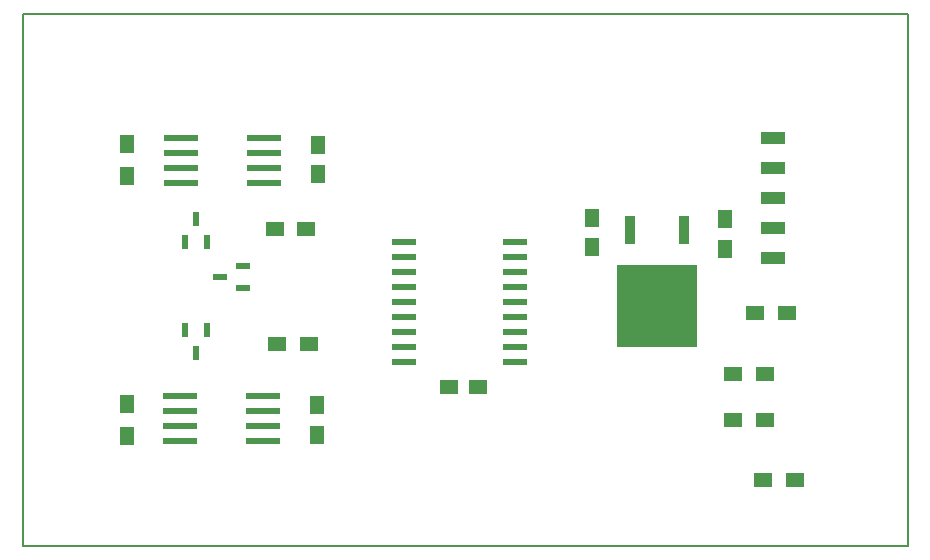
<source format=gbp>
G04 #@! TF.GenerationSoftware,KiCad,Pcbnew,(5.1.4)-1*
G04 #@! TF.CreationDate,2020-09-28T18:45:27-04:00*
G04 #@! TF.ProjectId,i2c_pancake,6932635f-7061-46e6-9361-6b652e6b6963,rev?*
G04 #@! TF.SameCoordinates,Original*
G04 #@! TF.FileFunction,Paste,Bot*
G04 #@! TF.FilePolarity,Positive*
%FSLAX46Y46*%
G04 Gerber Fmt 4.6, Leading zero omitted, Abs format (unit mm)*
G04 Created by KiCad (PCBNEW (5.1.4)-1) date 2020-09-28 18:45:27*
%MOMM*%
%LPD*%
G04 APERTURE LIST*
%ADD10C,0.150000*%
%ADD11R,0.590000X1.260000*%
%ADD12R,1.250000X1.500000*%
%ADD13R,1.500000X1.250000*%
%ADD14R,1.300000X1.500000*%
%ADD15R,1.500000X1.300000*%
%ADD16R,3.000000X0.600000*%
%ADD17R,2.000000X0.600000*%
%ADD18R,0.949000X2.477998*%
%ADD19R,6.756400X6.934200*%
%ADD20R,2.000000X1.000000*%
%ADD21R,1.260000X0.590000*%
G04 APERTURE END LIST*
D10*
X89662000Y-134239000D02*
X164554000Y-134239000D01*
X89662000Y-89253000D02*
X164554000Y-89253000D01*
X164554000Y-89253000D02*
X164554000Y-134239000D01*
X89662000Y-89253000D02*
X89662000Y-134239000D01*
D11*
X105257600Y-115951000D03*
X103357600Y-115951000D03*
X104307600Y-117911000D03*
D12*
X137812400Y-108954600D03*
X137812400Y-106454600D03*
X114554000Y-124853000D03*
X114554000Y-122353000D03*
X114654000Y-102803000D03*
X114654000Y-100303000D03*
D13*
X128185800Y-120816400D03*
X125685800Y-120816400D03*
D14*
X98454000Y-124903000D03*
X98454000Y-122203000D03*
D15*
X113854000Y-117153000D03*
X111154000Y-117153000D03*
D14*
X98454000Y-102953000D03*
X98454000Y-100253000D03*
D15*
X113654000Y-107453000D03*
X110954000Y-107453000D03*
X154986600Y-128665000D03*
X152286600Y-128665000D03*
X149754000Y-123553000D03*
X152454000Y-123553000D03*
X149804000Y-119653000D03*
X152504000Y-119653000D03*
X154347800Y-114517200D03*
X151647800Y-114517200D03*
D16*
X110054000Y-103558000D03*
X110054000Y-102288000D03*
X110054000Y-101018000D03*
X110054000Y-99748000D03*
X103054000Y-99748000D03*
X103054000Y-101018000D03*
X103054000Y-102288000D03*
X103054000Y-103558000D03*
D17*
X121885600Y-118657400D03*
X121885600Y-117387400D03*
X121885600Y-116117400D03*
X121885600Y-114847400D03*
X121885600Y-113577400D03*
X121885600Y-112307400D03*
X121885600Y-111037400D03*
X121885600Y-109767400D03*
X121885600Y-108497400D03*
X131285600Y-108497400D03*
X131285600Y-109767400D03*
X131285600Y-111037400D03*
X131285600Y-112307400D03*
X131285600Y-113577400D03*
X131285600Y-114847400D03*
X131285600Y-116117400D03*
X131285600Y-117387400D03*
X131285600Y-118657400D03*
D12*
X149090000Y-109092400D03*
X149090000Y-106592400D03*
D18*
X145661000Y-107519500D03*
D19*
X143375000Y-113933000D03*
D18*
X141089000Y-107519500D03*
D16*
X109954000Y-125358000D03*
X109954000Y-124088000D03*
X109954000Y-122818000D03*
X109954000Y-121548000D03*
X102954000Y-121548000D03*
X102954000Y-122818000D03*
X102954000Y-124088000D03*
X102954000Y-125358000D03*
D20*
X153154000Y-109853000D03*
X153154000Y-107313000D03*
X153154000Y-104773000D03*
X153154000Y-102233000D03*
X153154000Y-99693000D03*
D11*
X103352600Y-108508800D03*
X105252600Y-108508800D03*
X104302600Y-106548800D03*
D21*
X108284400Y-112456000D03*
X108284400Y-110556000D03*
X106324400Y-111506000D03*
M02*

</source>
